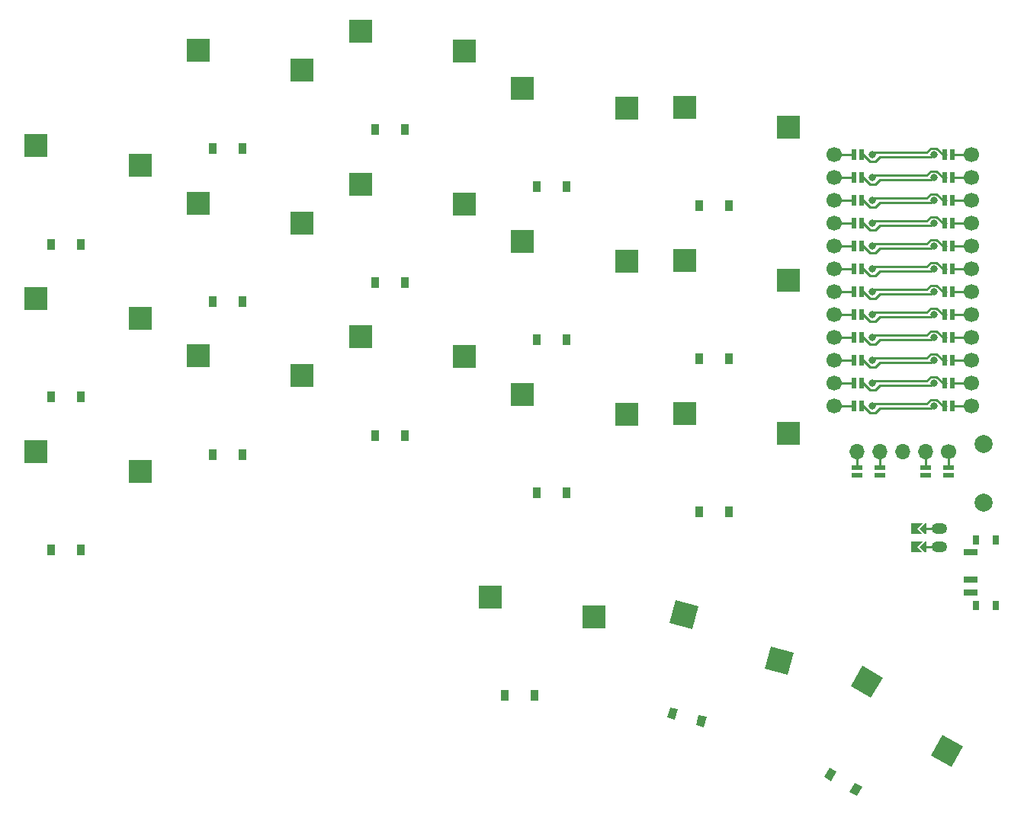
<source format=gbl>
G04 #@! TF.GenerationSoftware,KiCad,Pcbnew,8.0.6+1*
G04 #@! TF.CreationDate,2024-12-31T16:22:16+00:00*
G04 #@! TF.ProjectId,corney_island_wireless,636f726e-6579-45f6-9973-6c616e645f77,0.2*
G04 #@! TF.SameCoordinates,Original*
G04 #@! TF.FileFunction,Copper,L2,Bot*
G04 #@! TF.FilePolarity,Positive*
%FSLAX46Y46*%
G04 Gerber Fmt 4.6, Leading zero omitted, Abs format (unit mm)*
G04 Created by KiCad (PCBNEW 8.0.6+1) date 2024-12-31 16:22:16*
%MOMM*%
%LPD*%
G01*
G04 APERTURE LIST*
G04 #@! TA.AperFunction,SMDPad,CuDef*
%ADD10R,2.600000X2.600000*%
G04 #@! TD*
G04 #@! TA.AperFunction,SMDPad,CuDef*
%ADD11R,0.900000X1.200000*%
G04 #@! TD*
G04 #@! TA.AperFunction,ComponentPad*
%ADD12C,1.700000*%
G04 #@! TD*
G04 #@! TA.AperFunction,ComponentPad*
%ADD13C,0.800000*%
G04 #@! TD*
G04 #@! TA.AperFunction,SMDPad,CuDef*
%ADD14R,0.600000X1.200000*%
G04 #@! TD*
G04 #@! TA.AperFunction,SMDPad,CuDef*
%ADD15R,1.200000X0.600000*%
G04 #@! TD*
G04 #@! TA.AperFunction,ComponentPad*
%ADD16O,1.700000X1.700000*%
G04 #@! TD*
G04 #@! TA.AperFunction,SMDPad,CuDef*
%ADD17R,0.800000X1.000000*%
G04 #@! TD*
G04 #@! TA.AperFunction,SMDPad,CuDef*
%ADD18R,1.500000X0.700000*%
G04 #@! TD*
G04 #@! TA.AperFunction,ComponentPad*
%ADD19C,2.000000*%
G04 #@! TD*
G04 #@! TA.AperFunction,ComponentPad*
%ADD20O,1.750000X1.200000*%
G04 #@! TD*
G04 #@! TA.AperFunction,Conductor*
%ADD21C,0.250000*%
G04 #@! TD*
G04 APERTURE END LIST*
D10*
X96725000Y-94050000D03*
X108275000Y-96250000D03*
X96725000Y-77050000D03*
X108275000Y-79250000D03*
X96725000Y-60050000D03*
X108275000Y-62250000D03*
X114725000Y-83425000D03*
X126275000Y-85625000D03*
X114725000Y-66425000D03*
X126275000Y-68625000D03*
X114725000Y-49425000D03*
X126275000Y-51625000D03*
X132725000Y-81300000D03*
X144275000Y-83500000D03*
X132725000Y-64300000D03*
X144275000Y-66500000D03*
X132725000Y-47300000D03*
X144275000Y-49500000D03*
X150725000Y-87675000D03*
X162275000Y-89875000D03*
X150725000Y-70675000D03*
X162275000Y-72875000D03*
X150725000Y-53675000D03*
X162275000Y-55875000D03*
X168725000Y-89800000D03*
X180275000Y-92000000D03*
X168725000Y-72800000D03*
X180275000Y-75000000D03*
X168725000Y-55800000D03*
X180275000Y-58000000D03*
X147125000Y-110200000D03*
X158675000Y-112400000D03*
G04 #@! TA.AperFunction,SMDPad,CuDef*
G36*
X167077692Y-113093350D02*
G01*
X167750621Y-110581943D01*
X170262028Y-111254872D01*
X169589099Y-113766279D01*
X167077692Y-113093350D01*
G37*
G04 #@! TD.AperFunction*
G04 #@! TA.AperFunction,SMDPad,CuDef*
G36*
X177664734Y-118207747D02*
G01*
X178337663Y-115696340D01*
X180849070Y-116369269D01*
X180176141Y-118880676D01*
X177664734Y-118207747D01*
G37*
G04 #@! TD.AperFunction*
G04 #@! TA.AperFunction,SMDPad,CuDef*
G36*
X187193828Y-120133009D02*
G01*
X188493828Y-117881343D01*
X190745494Y-119181343D01*
X189445494Y-121433009D01*
X187193828Y-120133009D01*
G37*
G04 #@! TD.AperFunction*
G04 #@! TA.AperFunction,SMDPad,CuDef*
G36*
X196096421Y-127813265D02*
G01*
X197396421Y-125561599D01*
X199648087Y-126861599D01*
X198348087Y-129113265D01*
X196096421Y-127813265D01*
G37*
G04 #@! TD.AperFunction*
D11*
X98350000Y-105000000D03*
X101650000Y-105000000D03*
X98350000Y-88000000D03*
X101650000Y-88000000D03*
X98350000Y-71000000D03*
X101650000Y-71000000D03*
X116350000Y-94375000D03*
X119650000Y-94375000D03*
X116350000Y-77375000D03*
X119650000Y-77375000D03*
X116350000Y-60375000D03*
X119650000Y-60375000D03*
X134350000Y-92250000D03*
X137650000Y-92250000D03*
X134350000Y-75250000D03*
X137650000Y-75250000D03*
X134350000Y-58250000D03*
X137650000Y-58250000D03*
X152350000Y-98625000D03*
X155650000Y-98625000D03*
X152350000Y-81625000D03*
X155650000Y-81625000D03*
X152350000Y-64625000D03*
X155650000Y-64625000D03*
X170350000Y-100750000D03*
X173650000Y-100750000D03*
X170350000Y-83750000D03*
X173650000Y-83750000D03*
X170350000Y-66750000D03*
X173650000Y-66750000D03*
X148750000Y-121150000D03*
X152050000Y-121150000D03*
G04 #@! TA.AperFunction,SMDPad,CuDef*
G36*
X167995379Y-122708493D02*
G01*
X167684796Y-123867604D01*
X166815463Y-123634667D01*
X167126046Y-122475556D01*
X167995379Y-122708493D01*
G37*
G04 #@! TD.AperFunction*
G04 #@! TA.AperFunction,SMDPad,CuDef*
G36*
X171182935Y-123562595D02*
G01*
X170872352Y-124721706D01*
X170003019Y-124488769D01*
X170313602Y-123329658D01*
X171182935Y-123562595D01*
G37*
G04 #@! TD.AperFunction*
G04 #@! TA.AperFunction,SMDPad,CuDef*
G36*
X185591663Y-129658039D02*
G01*
X184991663Y-130697269D01*
X184212241Y-130247269D01*
X184812241Y-129208039D01*
X185591663Y-129658039D01*
G37*
G04 #@! TD.AperFunction*
G04 #@! TA.AperFunction,SMDPad,CuDef*
G36*
X188449547Y-131308039D02*
G01*
X187849547Y-132347269D01*
X187070125Y-131897269D01*
X187670125Y-130858039D01*
X188449547Y-131308039D01*
G37*
G04 #@! TD.AperFunction*
D12*
X185380000Y-61045000D03*
X200620000Y-61045000D03*
D13*
X196400000Y-61045000D03*
X189600000Y-61045000D03*
D14*
X187520000Y-61045000D03*
X188420000Y-61045000D03*
X197580000Y-61045000D03*
X198480000Y-61045000D03*
D12*
X185380000Y-63585000D03*
X200620000Y-63585000D03*
D13*
X196400000Y-63585000D03*
X189600000Y-63585000D03*
D14*
X187520000Y-63585000D03*
X188420000Y-63585000D03*
X197580000Y-63585000D03*
X198480000Y-63585000D03*
D12*
X185380000Y-66125000D03*
X200620000Y-66125000D03*
D13*
X196400000Y-66125000D03*
X189600000Y-66125000D03*
D14*
X187520000Y-66125000D03*
X188420000Y-66125000D03*
X197580000Y-66125000D03*
X198480000Y-66125000D03*
D12*
X185380000Y-68665000D03*
X200620000Y-68665000D03*
D13*
X196400000Y-68665000D03*
X189600000Y-68665000D03*
D14*
X187520000Y-68665000D03*
X188420000Y-68665000D03*
X197580000Y-68665000D03*
X198480000Y-68665000D03*
D12*
X185380000Y-71205000D03*
X200620000Y-71205000D03*
D13*
X196400000Y-71205000D03*
X189600000Y-71205000D03*
D14*
X187520000Y-71205000D03*
X188420000Y-71205000D03*
X197580000Y-71205000D03*
X198480000Y-71205000D03*
D12*
X185380000Y-73745000D03*
X200620000Y-73745000D03*
D13*
X196400000Y-73745000D03*
X189600000Y-73745000D03*
D14*
X187520000Y-73745000D03*
X188420000Y-73745000D03*
X197580000Y-73745000D03*
X198480000Y-73745000D03*
D12*
X185380000Y-76285000D03*
X200620000Y-76285000D03*
D13*
X196400000Y-76285000D03*
X189600000Y-76285000D03*
D14*
X187520000Y-76285000D03*
X188420000Y-76285000D03*
X197580000Y-76285000D03*
X198480000Y-76285000D03*
D12*
X185380000Y-78825000D03*
X200620000Y-78825000D03*
D13*
X196400000Y-78825000D03*
X189600000Y-78825000D03*
D14*
X187520000Y-78825000D03*
X188420000Y-78825000D03*
X197580000Y-78825000D03*
X198480000Y-78825000D03*
D12*
X185380000Y-81365000D03*
X200620000Y-81365000D03*
D13*
X196400000Y-81365000D03*
X189600000Y-81365000D03*
D14*
X187520000Y-81365000D03*
X188420000Y-81365000D03*
X197580000Y-81365000D03*
X198480000Y-81365000D03*
D12*
X185380000Y-83905000D03*
X200620000Y-83905000D03*
D13*
X196400000Y-83905000D03*
X189600000Y-83905000D03*
D14*
X187520000Y-83905000D03*
X188420000Y-83905000D03*
X197580000Y-83905000D03*
X198480000Y-83905000D03*
D12*
X185380000Y-86445000D03*
X200620000Y-86445000D03*
D13*
X196400000Y-86445000D03*
X189600000Y-86445000D03*
D14*
X187520000Y-86445000D03*
X188420000Y-86445000D03*
X197580000Y-86445000D03*
X198480000Y-86445000D03*
D12*
X185380000Y-88985000D03*
X200620000Y-88985000D03*
D13*
X196400000Y-88985000D03*
X189600000Y-88985000D03*
D14*
X187520000Y-88985000D03*
X188420000Y-88985000D03*
X197580000Y-88985000D03*
X198480000Y-88985000D03*
D15*
X198080000Y-95825000D03*
X195540000Y-95825000D03*
X190460000Y-95825000D03*
X187920000Y-95825000D03*
X198080000Y-96725000D03*
X195540000Y-96725000D03*
X190460000Y-96725000D03*
X187920000Y-96725000D03*
D16*
X187920000Y-94075000D03*
X190460000Y-94075000D03*
X193000000Y-94075000D03*
X195540000Y-94075000D03*
D12*
X198080000Y-94075000D03*
D17*
X201115000Y-103850000D03*
X203325000Y-103850000D03*
X201115000Y-111150000D03*
X203325000Y-111150000D03*
D18*
X200465000Y-105250000D03*
X200465000Y-108250000D03*
X200465000Y-109750000D03*
D19*
X201900000Y-99750000D03*
X201900000Y-93250000D03*
D20*
X197000000Y-102625000D03*
X197000000Y-104625000D03*
G04 #@! TA.AperFunction,SMDPad,CuDef*
G36*
X195400000Y-102025000D02*
G01*
X195600000Y-102025000D01*
X195600000Y-103225000D01*
X195400000Y-103225000D01*
X194800000Y-102625000D01*
X195400000Y-102025000D01*
G37*
G04 #@! TD.AperFunction*
G04 #@! TA.AperFunction,SMDPad,CuDef*
G36*
X195400000Y-104025000D02*
G01*
X195600000Y-104025000D01*
X195600000Y-105225000D01*
X195400000Y-105225000D01*
X194800000Y-104625000D01*
X195400000Y-104025000D01*
G37*
G04 #@! TD.AperFunction*
G04 #@! TA.AperFunction,SMDPad,CuDef*
G36*
X195184000Y-104025000D02*
G01*
X194584000Y-104625000D01*
X195184000Y-105225000D01*
X193934000Y-105225000D01*
X193934000Y-104025000D01*
X195184000Y-104025000D01*
G37*
G04 #@! TD.AperFunction*
G04 #@! TA.AperFunction,SMDPad,CuDef*
G36*
X195184000Y-102025000D02*
G01*
X194584000Y-102625000D01*
X195184000Y-103225000D01*
X193934000Y-103225000D01*
X193934000Y-102025000D01*
X195184000Y-102025000D01*
G37*
G04 #@! TD.AperFunction*
D21*
X185380000Y-61045000D02*
X187500000Y-61045000D01*
X200620000Y-61045000D02*
X198500000Y-61045000D01*
X190395305Y-61275000D02*
X196170000Y-61275000D01*
X188225000Y-61045000D02*
X188574695Y-61045000D01*
X189299695Y-61770000D02*
X189900305Y-61770000D01*
X188574695Y-61045000D02*
X189299695Y-61770000D01*
X189900305Y-61770000D02*
X190395305Y-61275000D01*
X197775000Y-61045000D02*
X197425305Y-61045000D01*
X195594695Y-60825000D02*
X189820000Y-60825000D01*
X197425305Y-61045000D02*
X196700305Y-60320000D01*
X196700305Y-60320000D02*
X196099695Y-60320000D01*
X196099695Y-60320000D02*
X195594695Y-60825000D01*
X185380000Y-63585000D02*
X187500000Y-63585000D01*
X200620000Y-63585000D02*
X198500000Y-63585000D01*
X190395305Y-63815000D02*
X196170000Y-63815000D01*
X188225000Y-63585000D02*
X188574695Y-63585000D01*
X189299695Y-64310000D02*
X189900305Y-64310000D01*
X188574695Y-63585000D02*
X189299695Y-64310000D01*
X189900305Y-64310000D02*
X190395305Y-63815000D01*
X197775000Y-63585000D02*
X197425305Y-63585000D01*
X195594695Y-63365000D02*
X189820000Y-63365000D01*
X197425305Y-63585000D02*
X196700305Y-62860000D01*
X196700305Y-62860000D02*
X196099695Y-62860000D01*
X196099695Y-62860000D02*
X195594695Y-63365000D01*
X185380000Y-66125000D02*
X187500000Y-66125000D01*
X200620000Y-66125000D02*
X198500000Y-66125000D01*
X190395305Y-66355000D02*
X196170000Y-66355000D01*
X188225000Y-66125000D02*
X188574695Y-66125000D01*
X189299695Y-66850000D02*
X189900305Y-66850000D01*
X188574695Y-66125000D02*
X189299695Y-66850000D01*
X189900305Y-66850000D02*
X190395305Y-66355000D01*
X197775000Y-66125000D02*
X197425305Y-66125000D01*
X195594695Y-65905000D02*
X189820000Y-65905000D01*
X197425305Y-66125000D02*
X196700305Y-65400000D01*
X196700305Y-65400000D02*
X196099695Y-65400000D01*
X196099695Y-65400000D02*
X195594695Y-65905000D01*
X185380000Y-68665000D02*
X187500000Y-68665000D01*
X200620000Y-68665000D02*
X198500000Y-68665000D01*
X190395305Y-68895000D02*
X196170000Y-68895000D01*
X188225000Y-68665000D02*
X188574695Y-68665000D01*
X189299695Y-69390000D02*
X189900305Y-69390000D01*
X188574695Y-68665000D02*
X189299695Y-69390000D01*
X189900305Y-69390000D02*
X190395305Y-68895000D01*
X197775000Y-68665000D02*
X197425305Y-68665000D01*
X195594695Y-68445000D02*
X189820000Y-68445000D01*
X197425305Y-68665000D02*
X196700305Y-67940000D01*
X196700305Y-67940000D02*
X196099695Y-67940000D01*
X196099695Y-67940000D02*
X195594695Y-68445000D01*
X185380000Y-71205000D02*
X187500000Y-71205000D01*
X200620000Y-71205000D02*
X198500000Y-71205000D01*
X190395305Y-71435000D02*
X196170000Y-71435000D01*
X188225000Y-71205000D02*
X188574695Y-71205000D01*
X189299695Y-71930000D02*
X189900305Y-71930000D01*
X188574695Y-71205000D02*
X189299695Y-71930000D01*
X189900305Y-71930000D02*
X190395305Y-71435000D01*
X197775000Y-71205000D02*
X197425305Y-71205000D01*
X195594695Y-70985000D02*
X189820000Y-70985000D01*
X197425305Y-71205000D02*
X196700305Y-70480000D01*
X196700305Y-70480000D02*
X196099695Y-70480000D01*
X196099695Y-70480000D02*
X195594695Y-70985000D01*
X185380000Y-73745000D02*
X187500000Y-73745000D01*
X200620000Y-73745000D02*
X198500000Y-73745000D01*
X190395305Y-73975000D02*
X196170000Y-73975000D01*
X188225000Y-73745000D02*
X188574695Y-73745000D01*
X189299695Y-74470000D02*
X189900305Y-74470000D01*
X188574695Y-73745000D02*
X189299695Y-74470000D01*
X189900305Y-74470000D02*
X190395305Y-73975000D01*
X197775000Y-73745000D02*
X197425305Y-73745000D01*
X195594695Y-73525000D02*
X189820000Y-73525000D01*
X197425305Y-73745000D02*
X196700305Y-73020000D01*
X196700305Y-73020000D02*
X196099695Y-73020000D01*
X196099695Y-73020000D02*
X195594695Y-73525000D01*
X185380000Y-76285000D02*
X187500000Y-76285000D01*
X200620000Y-76285000D02*
X198500000Y-76285000D01*
X190395305Y-76515000D02*
X196170000Y-76515000D01*
X188225000Y-76285000D02*
X188574695Y-76285000D01*
X189299695Y-77010000D02*
X189900305Y-77010000D01*
X188574695Y-76285000D02*
X189299695Y-77010000D01*
X189900305Y-77010000D02*
X190395305Y-76515000D01*
X197775000Y-76285000D02*
X197425305Y-76285000D01*
X195594695Y-76065000D02*
X189820000Y-76065000D01*
X197425305Y-76285000D02*
X196700305Y-75560000D01*
X196700305Y-75560000D02*
X196099695Y-75560000D01*
X196099695Y-75560000D02*
X195594695Y-76065000D01*
X185380000Y-78825000D02*
X187500000Y-78825000D01*
X200620000Y-78825000D02*
X198500000Y-78825000D01*
X190395305Y-79055000D02*
X196170000Y-79055000D01*
X188225000Y-78825000D02*
X188574695Y-78825000D01*
X189299695Y-79550000D02*
X189900305Y-79550000D01*
X188574695Y-78825000D02*
X189299695Y-79550000D01*
X189900305Y-79550000D02*
X190395305Y-79055000D01*
X197775000Y-78825000D02*
X197425305Y-78825000D01*
X195594695Y-78605000D02*
X189820000Y-78605000D01*
X197425305Y-78825000D02*
X196700305Y-78100000D01*
X196700305Y-78100000D02*
X196099695Y-78100000D01*
X196099695Y-78100000D02*
X195594695Y-78605000D01*
X185380000Y-81365000D02*
X187500000Y-81365000D01*
X200620000Y-81365000D02*
X198500000Y-81365000D01*
X190395305Y-81595000D02*
X196170000Y-81595000D01*
X188225000Y-81365000D02*
X188574695Y-81365000D01*
X189299695Y-82090000D02*
X189900305Y-82090000D01*
X188574695Y-81365000D02*
X189299695Y-82090000D01*
X189900305Y-82090000D02*
X190395305Y-81595000D01*
X197775000Y-81365000D02*
X197425305Y-81365000D01*
X195594695Y-81145000D02*
X189820000Y-81145000D01*
X197425305Y-81365000D02*
X196700305Y-80640000D01*
X196700305Y-80640000D02*
X196099695Y-80640000D01*
X196099695Y-80640000D02*
X195594695Y-81145000D01*
X185380000Y-83905000D02*
X187500000Y-83905000D01*
X200620000Y-83905000D02*
X198500000Y-83905000D01*
X190395305Y-84135000D02*
X196170000Y-84135000D01*
X188225000Y-83905000D02*
X188574695Y-83905000D01*
X189299695Y-84630000D02*
X189900305Y-84630000D01*
X188574695Y-83905000D02*
X189299695Y-84630000D01*
X189900305Y-84630000D02*
X190395305Y-84135000D01*
X197775000Y-83905000D02*
X197425305Y-83905000D01*
X195594695Y-83685000D02*
X189820000Y-83685000D01*
X197425305Y-83905000D02*
X196700305Y-83180000D01*
X196700305Y-83180000D02*
X196099695Y-83180000D01*
X196099695Y-83180000D02*
X195594695Y-83685000D01*
X185380000Y-86445000D02*
X187500000Y-86445000D01*
X200620000Y-86445000D02*
X198500000Y-86445000D01*
X190395305Y-86675000D02*
X196170000Y-86675000D01*
X188225000Y-86445000D02*
X188574695Y-86445000D01*
X189299695Y-87170000D02*
X189900305Y-87170000D01*
X188574695Y-86445000D02*
X189299695Y-87170000D01*
X189900305Y-87170000D02*
X190395305Y-86675000D01*
X197775000Y-86445000D02*
X197425305Y-86445000D01*
X195594695Y-86225000D02*
X189820000Y-86225000D01*
X197425305Y-86445000D02*
X196700305Y-85720000D01*
X196700305Y-85720000D02*
X196099695Y-85720000D01*
X196099695Y-85720000D02*
X195594695Y-86225000D01*
X185380000Y-88985000D02*
X187500000Y-88985000D01*
X200620000Y-88985000D02*
X198500000Y-88985000D01*
X190395305Y-89215000D02*
X196170000Y-89215000D01*
X188225000Y-88985000D02*
X188574695Y-88985000D01*
X189299695Y-89710000D02*
X189900305Y-89710000D01*
X188574695Y-88985000D02*
X189299695Y-89710000D01*
X189900305Y-89710000D02*
X190395305Y-89215000D01*
X197775000Y-88985000D02*
X197425305Y-88985000D01*
X195594695Y-88765000D02*
X189820000Y-88765000D01*
X197425305Y-88985000D02*
X196700305Y-88260000D01*
X196700305Y-88260000D02*
X196099695Y-88260000D01*
X196099695Y-88260000D02*
X195594695Y-88765000D01*
X187920000Y-94075000D02*
X187920000Y-95825000D01*
X190460000Y-94075000D02*
X190460000Y-95825000D01*
X195540000Y-94075000D02*
X195540000Y-95825000D01*
X198080000Y-94075000D02*
X198080000Y-95825000D01*
X195200000Y-102625000D02*
X197000000Y-102625000D01*
X195200000Y-104625000D02*
X197000000Y-104625000D01*
M02*

</source>
